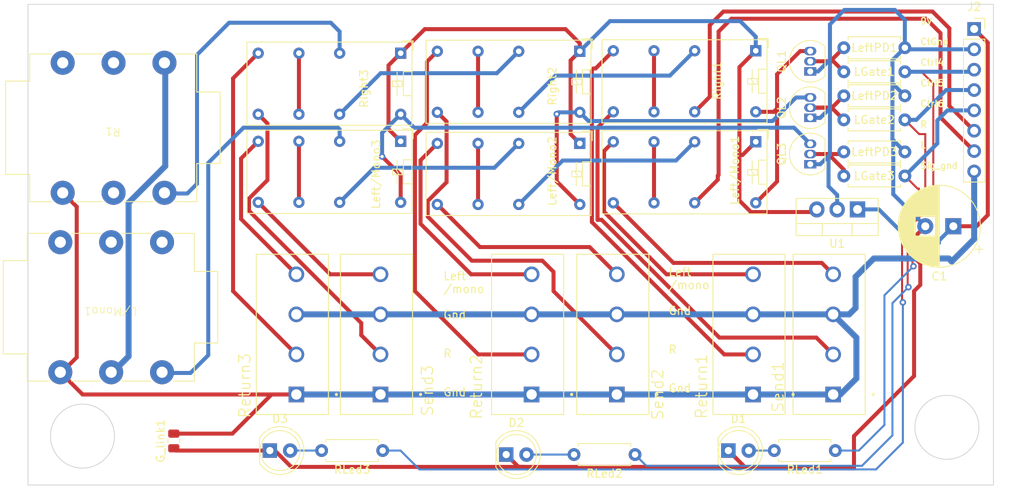
<source format=kicad_pcb>
(kicad_pcb (version 20221018) (generator pcbnew)
  (layers (0 "F.Cu" signal) (31 "B.Cu" signal) (34 "B.Paste" user) (35 "F.Paste" user) (36 "B.SilkS" user "B.Silkscreen") (37 "F.SilkS" user "F.Silkscreen") (38 "B.Mask" user) (39 "F.Mask" user) (44 "Edge.Cuts" user))
  (net 0 "")
  (net 1 "Net-(D2-A)")
  (net 2 "/9V")
  (net 3 "/Ctrl_GND")
  (net 4 "Net-(D1-A)")
  (net 5 "/R_in")
  (net 6 "/L_in")
  (net 7 "/Signal_Gnd")
  (net 8 "/R_out")
  (net 9 "Net-(D3-A)")
  (net 11 "/5V")
  (net 12 "/L_out")
  (net 15 "Net-(Left/Mono1-Pad11)")
  (net 16 "Net-(Right1-Pad11)")
  (net 17 "Net-(QL1-D)")
  (net 18 "Net-(QL1-G)")
  (net 19 "Net-(Left/Mono1-Pad4)")
  (net 20 "/Control1")
  (net 21 "/Control2")
  (net 22 "/Control3")
  (net 23 "/R_Return1")
  (net 24 "/L_Return2")
  (net 25 "/R_send1")
  (net 26 "/L_Send1")
  (net 27 "/R_Return2")
  (net 28 "/R_Return3")
  (net 29 "/L_Return3")
  (net 30 "/R_send2")
  (net 31 "/L_Send2")
  (net 32 "/R_send3")
  (net 33 "/L_Send3")
  (net 34 "/L_Return1")
  (net 35 "Net-(Left/Mono2-Pad4)")
  (net 36 "Net-(Left/Mono2-Pad11)")
  (net 37 "Net-(QL2-D)")
  (net 38 "Net-(Left/Mono3-Pad11)")
  (net 39 "Net-(QL3-D)")
  (net 40 "Net-(QL2-G)")
  (net 41 "Net-(QL3-G)")
  (net 42 "Net-(Right1-Pad4)")
  (net 43 "Net-(Right2-Pad4)")
  (net 44 "Net-(Right2-Pad11)")
  (net 45 "Net-(Right3-Pad11)")
  (net 46 "Net-(L/Mono1-PadR)")
  (footprint "Relay_THT:Relay_DPDT_Omron_G5V-2" (layer "F.Cu") (at 167.52 44.1 -90)
    (fp_text reference "Right3" (at 4.425 4.58 90) (layer "F.SilkS"))
    (fp_text value "G5V-2")
    (pad "1" thru_hole rect (at 0 0 270) (size 1.4 1.4) (drill 0.7) (layers "*.Cu" "*.Mask") (net 11 "/5V"))
    (pad "4" thru_hole circle (at 0 7.62 270) (size 1.4 1.4) (drill 0.7) (layers "*.Cu" "*.Mask") (net 8 "/R_out"))
    (pad "6" thru_hole circle (at 0 12.7 270) (size 1.4 1.4) (drill 0.7) (layers "*.Cu" "*.Mask") (net 45 "Net-(Right3-Pad11)"))
    (pad "8" thru_hole circle (at 0 17.78 270) (size 1.4 1.4) (drill 0.7) (layers "*.Cu" "*.Mask") (net 28 "/R_Return3"))
    (pad "9" thru_hole circle (at 7.62 17.78 270) (size 1.4 1.4) (drill 0.7) (layers "*.Cu" "*.Mask") (net 32 "/R_send3"))
    (pad "11" thru_hole circle (at 7.62 12.7 270) (size 1.4 1.4) (drill 0.7) (layers "*.Cu" "*.Mask") (net 45 "Net-(Right3-Pad11)"))
    (pad "13" thru_hole circle (at 7.62 7.62 270) (size 1.4 1.4) (drill 0.7) (layers "*.Cu" "*.Mask") (net 43 "Net-(Right2-Pad4)"))
    (pad "16" thru_hole circle (at 7.62 0 270) (size 1.4 1.4) (drill 0.7) (layers "*.Cu" "*.Mask") (net 39 "Net-(QL3-D)"))
  )
  (footprint "Connector_PinSocket_2.54mm:PinSocket_1x08_P2.54mm_Vertical" (layer "F.Cu") (at 239.1 41.08)
    (fp_text reference "J2" (at 0 -2.77) (layer "F.SilkS"))
    (fp_text value "Conn_01x08_Pin")
    (pad "1" thru_hole rect (at 0 0) (size 1.7 1.7) (drill 1) (layers "*.Cu" "*.Mask") (net 2 "/9V"))
    (pad "2" thru_hole oval (at 0 2.54) (size 1.7 1.7) (drill 1) (layers "*.Cu" "*.Mask") (net 3 "/Ctrl_GND"))
    (pad "3" thru_hole oval (at 0 5.08) (size 1.7 1.7) (drill 1) (layers "*.Cu" "*.Mask") (net 20 "/Control1"))
    (pad "4" thru_hole oval (at 0 7.62) (size 1.7 1.7) (drill 1) (layers "*.Cu" "*.Mask") (net 21 "/Control2"))
    (pad "5" thru_hole oval (at 0 10.16) (size 1.7 1.7) (drill 1) (layers "*.Cu" "*.Mask") (net 22 "/Control3"))
    (pad "6" thru_hole oval (at 0 12.7) (size 1.7 1.7) (drill 1) (layers "*.Cu" "*.Mask") (net 5 "/R_in"))
    (pad "7" thru_hole oval (at 0 15.24) (size 1.7 1.7) (drill 1) (layers "*.Cu" "*.Mask") (net 6 "/L_in"))
    (pad "8" thru_hole oval (at 0 17.78) (size 1.7 1.7) (drill 1) (layers "*.Cu" "*.Mask") (net 7 "/Signal_Gnd"))
  )
  (footprint "Package_TO_SOT_THT:TO-92_Inline" (layer "F.Cu") (at 218.64 57.96 90)
    (fp_text reference "QL3" (at 1.27 -3.56 90) (layer "F.SilkS"))
    (fp_text value "2N7000")
    (pad "1" thru_hole rect (at 0 0 90) (size 1.05 1.5) (drill 0.75) (layers "*.Cu" "*.Mask") (net 3 "/Ctrl_GND"))
    (pad "2" thru_hole oval (at 1.27 0 90) (size 1.05 1.5) (drill 0.75) (layers "*.Cu" "*.Mask") (net 41 "Net-(QL3-G)"))
    (pad "3" thru_hole oval (at 2.54 0 90) (size 1.05 1.5) (drill 0.75) (layers "*.Cu" "*.Mask") (net 39 "Net-(QL3-D)"))
  )
  (footprint "TB001_500_04BE:CUI_TB001-500-04BE" (layer "F.Cu") (at 183.8625 86.7 90)
    (fp_text reference "Return2" (at 0.945 -6.889 90) (layer "F.SilkS") (effects (font (size 1.4 1.4))))
    (fp_text value "Screw_Terminal_01x04")
    (pad "1" thru_hole rect (at 0 0 90) (size 1.95 1.95) (drill 1.3) (layers "*.Cu" "*.Mask") (net 7 "/Signal_Gnd"))
    (pad "2" thru_hole circle (at 5 0 90) (size 1.95 1.95) (drill 1.3) (layers "*.Cu" "*.Mask") (net 27 "/R_Return2"))
    (pad "3" thru_hole circle (at 10 0 90) (size 1.95 1.95) (drill 1.3) (layers "*.Cu" "*.Mask") (net 7 "/Signal_Gnd"))
    (pad "4" thru_hole circle (at 15 0 90) (size 1.95 1.95) (drill 1.3) (layers "*.Cu" "*.Mask") (net 24 "/L_Return2"))
  )
  (footprint "LED_THT:LED_D5.0mm" (layer "F.Cu") (at 180.6875 94.2)
    (fp_text reference "D2" (at 1.27 -3.96) (layer "F.SilkS"))
    (fp_text value "LED")
    (pad "1" thru_hole rect (at 0 0) (size 1.8 1.8) (drill 0.9) (layers "*.Cu" "*.Mask") (net 3 "/Ctrl_GND"))
    (pad "2" thru_hole circle (at 2.54 0) (size 1.8 1.8) (drill 0.9) (layers "*.Cu" "*.Mask") (net 1 "Net-(D2-A)"))
  )
  (footprint "Resistor_THT:R_Axial_DIN0207_L6.3mm_D2.5mm_P7.62mm_Horizontal" (layer "F.Cu") (at 222.83 49.42)
    (fp_text reference "LeftPD2" (at 3.81 0) (layer "F.SilkS"))
    (fp_text value "R")
    (pad "1" thru_hole circle (at 0 0) (size 1.6 1.6) (drill 0.8) (layers "*.Cu" "*.Mask") (net 40 "Net-(QL2-G)"))
    (pad "2" thru_hole oval (at 7.62 0) (size 1.6 1.6) (drill 0.8) (layers "*.Cu" "*.Mask") (net 3 "/Ctrl_GND"))
  )
  (footprint "TB001_500_04BE:CUI_TB001-500-04BE" (layer "F.Cu") (at 165 86.7 90)
    (fp_text reference "Send3" (at 0.5 5.8625 90) (layer "F.SilkS") (effects (font (size 1.4 1.4))))
    (fp_text value "Screw_Terminal_01x04")
    (pad "1" thru_hole rect (at 0 0 90) (size 1.95 1.95) (drill 1.3) (layers "*.Cu" "*.Mask") (net 7 "/Signal_Gnd"))
    (pad "2" thru_hole circle (at 5 0 90) (size 1.95 1.95) (drill 1.3) (layers "*.Cu" "*.Mask") (net 32 "/R_send3"))
    (pad "3" thru_hole circle (at 10 0 90) (size 1.95 1.95) (drill 1.3) (layers "*.Cu" "*.Mask") (net 7 "/Signal_Gnd"))
    (pad "4" thru_hole circle (at 15 0 90) (size 1.95 1.95) (drill 1.3) (layers "*.Cu" "*.Mask") (net 33 "/L_Send3"))
  )
  (footprint "Relay_parts:0.25 Audio JAck" (layer "F.Cu") (at 138.135 61.615 180)
    (fp_text reference "R1" (at 6.537 7.704 180 unlocked) (layer "F.SilkS") (effects (font (thickness 0.1))))
    (fp_text value "AudioJack3_Switch")
    (pad "R" thru_hole circle (at 6.452 0.089 180) (size 3 3) (drill 1.4) (layers "*.Cu" "*.Mask"))
    (pad "RN" thru_hole circle (at 6.452 16.319 180) (size 3 3) (drill 1.4) (layers "*.Cu" "*.Mask"))
    (pad "S" thru_hole circle (at 12.802 0.089 180) (size 3 3) (drill 1.4) (layers "*.Cu" "*.Mask") (net 7 "/Signal_Gnd"))
    (pad "SN" thru_hole circle (at 12.802 16.319 180) (size 3 3) (drill 1.4) (layers "*.Cu" "*.Mask"))
    (pad "T" thru_hole circle (at 0.102 0.089 180) (size 3 3) (drill 1.4) (layers "*.Cu" "*.Mask") (net 8 "/R_out"))
    (pad "TN" thru_hole circle (at 0.102 16.319 180) (size 3 3) (drill 1.4) (layers "*.Cu" "*.Mask") (net 46 "Net-(L/Mono1-PadR)"))
  )
  (footprint "Relay_THT:Relay_DPDT_Omron_G5V-2" (layer "F.Cu") (at 167.52 55.1 -90)
    (fp_text reference "Left/Mono3" (at 4.125 3.08 90) (layer "F.SilkS"))
    (fp_text value "G5V-2")
    (pad "1" thru_hole rect (at 0 0 270) (size 1.4 1.4) (drill 0.7) (layers "*.Cu" "*.Mask") (net 11 "/5V"))
    (pad "4" thru_hole circle (at 0 7.62 270) (size 1.4 1.4) (drill 0.7) (layers "*.Cu" "*.Mask") (net 12 "/L_out"))
    (pad "6" thru_hole circle (at 0 12.7 270) (size 1.4 1.4) (drill 0.7) (layers "*.Cu" "*.Mask") (net 38 "Net-(Left/Mono3-Pad11)"))
    (pad "8" thru_hole circle (at 0 17.78 270) (size 1.4 1.4) (drill 0.7) (layers "*.Cu" "*.Mask") (net 29 "/L_Return3"))
    (pad "9" thru_hole circle (at 7.62 17.78 270) (size 1.4 1.4) (drill 0.7) (layers "*.Cu" "*.Mask") (net 33 "/L_Send3"))
    (pad "11" thru_hole circle (at 7.62 12.7 270) (size 1.4 1.4) (drill 0.7) (layers "*.Cu" "*.Mask") (net 38 "Net-(Left/Mono3-Pad11)"))
    (pad "13" thru_hole circle (at 7.62 7.62 270) (size 1.4 1.4) (drill 0.7) (layers "*.Cu" "*.Mask") (net 35 "Net-(Left/Mono2-Pad4)"))
    (pad "16" thru_hole circle (at 7.62 0 270) (size 1.4 1.4) (drill 0.7) (layers "*.Cu" "*.Mask") (net 39 "Net-(QL3-D)"))
  )
  (footprint "Package_TO_SOT_THT:TO-220-3_Vertical" (layer "F.Cu") (at 224.54 63.6 180)
    (fp_text reference "U1" (at 2.54 -4.27) (layer "F.SilkS"))
    (fp_text value "L7805")
    (pad "1" thru_hole rect (at 0 0 180) (size 1.905 2) (drill 1.1) (layers "*.Cu" "*.Mask") (net 2 "/9V"))
    (pad "2" thru_hole oval (at 2.54 0 180) (size 1.905 2) (drill 1.1) (layers "*.Cu" "*.Mask") (net 3 "/Ctrl_GND"))
    (pad "3" thru_hole oval (at 5.08 0 180) (size 1.905 2) (drill 1.1) (layers "*.Cu" "*.Mask") (net 11 "/5V"))
  )
  (footprint "Resistor_THT:R_Axial_DIN0207_L6.3mm_D2.5mm_P7.62mm_Horizontal" (layer "F.Cu") (at 222.83 56.42)
    (fp_text reference "LeftPD3" (at 3.81 0) (layer "F.SilkS"))
    (fp_text value "R")
    (pad "1" thru_hole circle (at 0 0) (size 1.6 1.6) (drill 0.8) (layers "*.Cu" "*.Mask") (net 41 "Net-(QL3-G)"))
    (pad "2" thru_hole oval (at 7.62 0) (size 1.6 1.6) (drill 0.8) (layers "*.Cu" "*.Mask") (net 3 "/Ctrl_GND"))
  )
  (footprint "Resistor_THT:R_Axial_DIN0207_L6.3mm_D2.5mm_P7.62mm_Horizontal" (layer "F.Cu") (at 221.7725 93.7 180)
    (fp_text reference "RLed1" (at 3.81 -2.37) (layer "F.SilkS"))
    (fp_text value "100")
    (pad "1" thru_hole circle (at 0 0 180) (size 1.6 1.6) (drill 0.8) (layers "*.Cu" "*.Mask") (net 20 "/Control1"))
    (pad "2" thru_hole oval (at 7.62 0 180) (size 1.6 1.6) (drill 0.8) (layers "*.Cu" "*.Mask") (net 4 "Net-(D1-A)"))
  )
  (footprint "Package_TO_SOT_THT:TO-92_Inline" (layer "F.Cu") (at 218.64 52.17 90)
    (fp_text reference "QL2" (at 1.27 -3.56 90) (layer "F.SilkS"))
    (fp_text value "2N7000")
    (pad "1" thru_hole rect (at 0 0 90) (size 1.05 1.5) (drill 0.75) (layers "*.Cu" "*.Mask") (net 3 "/Ctrl_GND"))
    (pad "2" thru_hole oval (at 1.27 0 90) (size 1.05 1.5) (drill 0.75) (layers "*.Cu" "*.Mask") (net 40 "Net-(QL2-G)"))
    (pad "3" thru_hole oval (at 2.54 0 90) (size 1.05 1.5) (drill 0.75) (layers "*.Cu" "*.Mask") (net 37 "Net-(QL2-D)"))
  )
  (footprint "Resistor_THT:R_Axial_DIN0207_L6.3mm_D2.5mm_P7.62mm_Horizontal" (layer "F.Cu") (at 230.45 59.42 180)
    (fp_text reference "LGate3" (at 3.81 0) (layer "F.SilkS"))
    (fp_text value "R")
    (pad "1" thru_hole circle (at 0 0 180) (size 1.6 1.6) (drill 0.8) (layers "*.Cu" "*.Mask") (net 22 "/Control3"))
    (pad "2" thru_hole oval (at 7.62 0 180) (size 1.6 1.6) (drill 0.8) (layers "*.Cu" "*.Mask") (net 41 "Net-(QL3-G)"))
  )
  (footprint "TB001_500_04BE:CUI_TB001-500-04BE" (layer "F.Cu") (at 194.5 86.7 90)
    (fp_text reference "Send2" (at 0 5.1 90) (layer "F.SilkS") (effects (font (size 1.4 1.4))))
    (fp_text value "Screw_Terminal_01x04")
    (pad "1" thru_hole rect (at 0 0 90) (size 1.95 1.95) (drill 1.3) (layers "*.Cu" "*.Mask") (net 7 "/Signal_Gnd"))
    (pad "2" thru_hole circle (at 5 0 90) (size 1.95 1.95) (drill 1.3) (layers "*.Cu" "*.Mask") (net 30 "/R_send2"))
    (pad "3" thru_hole circle (at 10 0 90) (size 1.95 1.95) (drill 1.3) (layers "*.Cu" "*.Mask") (net 7 "/Signal_Gnd"))
    (pad "4" thru_hole circle (at 15 0 90) (size 1.95 1.95) (drill 1.3) (layers "*.Cu" "*.Mask") (net 31 "/L_Send2"))
  )
  (footprint "Relay_THT:Relay_DPDT_Omron_G5V-2" (layer "F.Cu") (at 211.84 55.1575 -90)
    (fp_text reference "Left/Mono1" (at 3.5675 2.6 90) (layer "F.SilkS"))
    (fp_text value "G5V-2")
    (pad "1" thru_hole rect (at 0 0 270) (size 1.4 1.4) (drill 0.7) (layers "*.Cu" "*.Mask") (net 11 "/5V"))
    (pad "4" thru_hole circle (at 0 7.62 270) (size 1.4 1.4) (drill 0.7) (layers "*.Cu" "*.Mask") (net 19 "Net-(Left/Mono1-Pad4)"))
    (pad "6" thru_hole circle (at 0 12.7 270) (size 1.4 1.4) (drill 0.7) (layers "*.Cu" "*.Mask") (net 15 "Net-(Left/Mono1-Pad11)"))
    (pad "8" thru_hole circle (at 0 17.78 270) (size 1.4 1.4) (drill 0.7) (layers "*.Cu" "*.Mask") (net 34 "/L_Return1"))
    (pad "9" thru_hole circle (at 7.62 17.78 270) (size 1.4 1.4) (drill 0.7) (layers "*.Cu" "*.Mask") (net 26 "/L_Send1"))
    (pad "11" thru_hole circle (at 7.62 12.7 270) (size 1.4 1.4) (drill 0.7) (layers "*.Cu" "*.Mask") (net 15 "Net-(Left/Mono1-Pad11)"))
    (pad "13" thru_hole circle (at 7.62 7.62 270) (size 1.4 1.4) (drill 0.7) (layers "*.Cu" "*.Mask") (net 6 "/L_in"))
    (pad "16" thru_hole circle (at 7.62 0 270) (size 1.4 1.4) (drill 0.7) (layers "*.Cu" "*.Mask") (net 17 "Net-(QL1-D)"))
  )
  (footprint "Package_TO_SOT_THT:TO-92_Inline" (layer "F.Cu") (at 218.64 46.38 90)
    (fp_text reference "QL1" (at 1.27 -3.56 90) (layer "F.SilkS"))
    (fp_text value "2N7000")
    (pad "1" thru_hole rect (at 0 0 90) (size 1.05 1.5) (drill 0.75) (layers "*.Cu" "*.Mask") (net 3 "/Ctrl_GND"))
    (pad "2" thru_hole oval (at 1.27 0 90) (size 1.05 1.5) (drill 0.75) (layers "*.Cu" "*.Mask") (net 18 "Net-(QL1-G)"))
    (pad "3" thru_hole oval (at 2.54 0 90) (size 1.05 1.5) (drill 0.75) (layers "*.Cu" "*.Mask") (net 17 "Net-(QL1-D)"))
  )
  (footprint "Relay_parts:0.25 Audio JAck" (layer "F.Cu") (at 137.835 84.015 180)
    (fp_text reference "L/Mono1" (at 6.537 7.704 180 unlocked) (layer "F.SilkS") (effects (font (thickness 0.1))))
    (fp_text value "AudioJack3_Switch")
    (pad "R" thru_hole circle (at 6.452 0.089 180) (size 3 3) (drill 1.4) (layers "*.Cu" "*.Mask") (net 46 "Net-(L/Mono1-PadR)"))
    (pad "RN" thru_hole circle (at 6.452 16.319 180) (size 3 3) (drill 1.4) (layers "*.Cu" "*.Mask"))
    (pad "S" thru_hole circle (at 12.802 0.089 180) (size 3 3) (drill 1.4) (layers "*.Cu" "*.Mask") (net 7 "/Signal_Gnd"))
    (pad "SN" thru_hole circle (at 12.802 16.319 180) (size 3 3) (drill 1.4) (layers "*.Cu" "*.Mask"))
    (pad "T" thru_hole circle (at 0.102 0.089 180) (size 3 3) (drill 1.4) (layers "*.Cu" "*.Mask") (net 12 "/L_out"))
    (pad "TN" thru_hole circle (at 0.102 16.319 180) (size 3 3) (drill 1.4) (layers "*.Cu" "*.Mask"))
  )
  (footprint "Relay_THT:Relay_DPDT_Omron_G5V-2" (layer "F.Cu") (at 211.84 43.8 -90)
    (fp_text reference "Right1" (at 3.725 4.8 90) (layer "F.SilkS"))
    (fp_text value "G5V-2")
    (pad "1" thru_hole rect (at 0 0 270) (size 1.4 1.4) (drill 0.7) (layers "*.Cu" "*.Mask") (net 11 "/5V"))
    (pad "4" thru_hole circle (at 0 7.62 270) (size 1.4 1.4) (drill 0.7) (layers "*.Cu" "*.Mask") (net 42 "Net-(Right1-Pad4)"))
    (pad "6" thru_hole circle (at 0 12.7 270) (size 1.4 1.4) (drill 0.7) (layers "*.Cu" "*.Mask") (net 16 "Net-(Right1-Pad11)"))
    (pad "8" thru_hole circle (at 0 17.78 270) (size 1.4 1.4) (drill 0.7) (layers "*.Cu" "*.Mask") (net 23 "/R_Return1"))
    (pad "9" thru_hole circle (at 7.62 17.78 270) (size 1.4 1.4) (drill 0.7) (layers "*.Cu" "*.Mask") (net 25 "/R_send1"))
    (pad "11" thru_hole circle (at 7.62 12.7 270) (size 1.4 1.4) (drill 0.7) (layers "*.Cu" "*.Mask") (net 16 "Net-(Right1-Pad11)"))
    (pad "13" thru_hole circle (at 7.62 7.62 270) (size 1.4 1.4) (drill 0.7) (layers "*.Cu" "*.Mask") (net 5 "/R_in"))
    (pad "16" thru_hole circle (at 7.62 0 270) (size 1.4 1.4) (drill 0.7) (layers "*.Cu" "*.Mask") (net 17 "Net-(QL1-D)"))
  )
  (footprint "Resistor_SMD:R_0805_2012Metric" (layer "F.Cu") (at 139.2 92.5 90)
    (fp_text reference "G_link1" (at 0 -1.65 90) (layer "F.SilkS"))
    (fp_text value "R")
    (pad "1" smd roundrect (at -0.9125 0 90) (size 1.025 1.4) (layers "F.Cu" "F.Paste" "F.Mask") (roundrect_rratio 0.243902439) (net 3 "/Ctrl_GND"))
    (pad "2" smd roundrect (at 0.9125 0 90) (size 1.025 1.4) (layers "F.Cu" "F.Paste" "F.Mask") (roundrect_rratio 0.243902439) (net 7 "/Signal_Gnd"))
  )
  (footprint "TB001_500_04BE:CUI_TB001-500-04BE" (layer "F.Cu") (at 154.5 86.7 90)
    (fp_text reference "Return3" (at 1.1 -6.4375 90) (layer "F.SilkS") (effects (font (size 1.4 1.4))))
    (fp_text value "Screw_Terminal_01x04")
    (pad "1" thru_hole rect (at 0 0 90) (size 1.95 1.95) (drill 1.3) (layers "*.Cu" "*.Mask") (net 7 "/Signal_Gnd"))
    (pad "2" thru_hole circle (at 5 0 90) (size 1.95 1.95) (drill 1.3) (layers "*.Cu" "*.Mask") (net 28 "/R_Return3"))
    (pad "3" thru_hole circle (at 10 0 90) (size 1.95 1.95) (drill 1.3) (layers "*.Cu" "*.Mask") (net 7 "/Signal_Gnd"))
    (pad "4" thru_hole circle (at 15 0 90) (size 1.95 1.95) (drill 1.3) (layers "*.Cu" "*.Mask") (net 29 "/L_Return3"))
  )
  (footprint "Resistor_THT:R_Axial_DIN0207_L6.3mm_D2.5mm_P7.62mm_Horizontal" (layer "F.Cu") (at 230.45 52.42 180)
    (fp_text reference "LGate2" (at 3.81 0) (layer "F.SilkS"))
    (fp_text value "R")
    (pad "1" thru_hole circle (at 0 0 180) (size 1.6 1.6) (drill 0.8) (layers "*.Cu" "*.Mask") (net 21 "/Control2"))
    (pad "2" thru_hole oval (at 7.62 0 180) (size 1.6 1.6) (drill 0.8) (layers "*.Cu" "*.Mask") (net 40 "Net-(QL2-G)"))
  )
  (footprint "Resistor_THT:R_Axial_DIN0207_L6.3mm_D2.5mm_P7.62mm_Horizontal" (layer "F.Cu") (at 230.45 46.42 180)
    (fp_text reference "LGate1" (at 3.81 0) (layer "F.SilkS"))
    (fp_text value "R")
    (pad "1" thru_hole circle (at 0 0 180) (size 1.6 1.6) (drill 0.8) (layers "*.Cu" "*.Mask") (net 20 "/Control1"))
    (pad "2" thru_hole oval (at 7.62 0 180) (size 1.6 1.6) (drill 0.8) (layers "*.Cu" "*.Mask") (net 18 "Net-(QL1-G)"))
  )
  (footprint "LED_THT:LED_D5.0mm" (layer "F.Cu") (at 151.1875 93.7)
    (fp_text reference "D3" (at 1.27 -3.96) (layer "F.SilkS"))
    (fp_text value "LED")
    (pad "1" thru_hole rect (at 0 0) (size 1.8 1.8) (drill 0.9) (layers "*.Cu" "*.Mask") (net 3 "/Ctrl_GND"))
    (pad "2" thru_hole circle (at 2.54 0) (size 1.8 1.8) (drill 0.9) (layers "*.Cu" "*.Mask") (net 9 "Net-(D3-A)"))
  )
  (footprint "TB001_500_04BE:CUI_TB001-500-04BE" (layer "F.Cu") (at 211.5 86.7 90)
    (fp_text reference "Return1" (at 1 -6.4375 90) (layer "F.SilkS") (effects (font (size 1.4 1.4))))
    (fp_text value "Screw_Terminal_01x04")
    (pad "1" thru_hole rect (at 0 0 90) (size 1.95 1.95) (drill 1.3) (layers "*.Cu" "*.Mask") (net 7 "/Signal_Gnd"))
    (pad "2" thru_hole circle (at 5 0 90) (size 1.95 1.95) (drill 1.3) (layers "*.Cu" "*.Mask") (net 23 "/R_Return1"))
    (pad "3" thru_hole circle (at 10 0 90) (size 1.95 1.95) (drill 1.3) (layers "*.Cu" "*.Mask") (net 7 "/Signal_Gnd"))
    (pad "4" thru_hole circle (at 15 0 90) (size 1.95 1.95) (drill 1.3) (layers "*.Cu" "*.Mask") (net 34 "/L_Return1"))
  )
  (footprint "TB001_500_04BE:CUI_TB001-500-04BE" (layer "F.Cu") (at 221.5 86.7 90)
    (fp_text reference "Send1" (at 0.945 -6.889 90) (layer "F.SilkS") (effects (font (size 1.4 1.4))))
    (fp_text value "Screw_Terminal_01x04")
    (pad "1" thru_hole rect (at 0 0 90) (size 1.95 1.95) (drill 1.3) (layers "*.Cu" "*.Mask") (net 7 "/Signal_Gnd"))
    (pad "2" thru_hole circle (at 5 0 90) (size 1.95 1.95) (drill 1.3) (layers "*.Cu" "*.Mask") (net 25 "/R_send1"))
    (pad "3" thru_hole circle (at 10 0 90) (size 1.95 1.95) (drill 1.3) (layers "*.Cu" "*.Mask") (net 7 "/Signal_Gnd"))
    (pad "4" thru_hole circle (at 15 0 90) (size 1.95 1.95) (drill 1.3) (layers "*.Cu" "*.Mask") (net 26 "/L_Send1"))
  )
  (footprint "LED_THT:LED_D5.0mm" (layer "F.Cu") (at 208.4225 93.7)
    (fp_text reference "D1" (at 1.27 -3.96) (layer "F.SilkS"))
    (fp_text value "LED")
    (pad "1" thru_hole rect (at 0 0) (size 1.8 1.8) (drill 0.9) (layers "*.Cu" "*.Mask") (net 3 "/Ctrl_GND"))
    (pad "2" thru_hole circle (at 2.54 0) (size 1.8 1.8) (drill 0.9) (layers "*.Cu" "*.Mask") (net 4 "Net-(D1-A)"))
  )
  (footprint "Capacitor_THT:CP_Radial_D10.0mm_P3.50mm" (layer "F.Cu") (at 236.5 65.7 180)
    (fp_text reference "C1" (at 1.75 -6.25) (layer "F.SilkS"))
    (fp_text value "C_Polarized")
    (pad "1" thru_hole rect (at 0 0 180) (size 2 2) (drill 1) (layers "*.Cu" "*.Mask") (net 2 "/9V"))
    (pad "2" thru_hole circle (at 3.5 0 180) (size 2 2) (drill 1) (layers "*.Cu" "*.Mask") (net 3 "/Ctrl_GND"))
  )
  (footprint "Resistor_THT:R_Axial_DIN0207_L6.3mm_D2.5mm_P7.62mm_Horizontal" (layer "F.Cu") (at 222.83 43.42)
    (fp_text reference "LeftPD1" (at 3.81 0) (layer "F.SilkS"))
    (fp_text value "R")
    (pad "1" thru_hole circle (at 0 0) (size 1.6 1.6) (drill 0.8) (layers "*.Cu" "*.Mask") (net 18 "Net-(QL1-G)"))
    (pad "2" thru_hole oval (at 7.62 0) (size 1.6 1.6) (drill 0.8) (layers "*.Cu" "*.Mask") (net 3 "/Ctrl_GND"))
  )
  (footprint "Relay_THT:Relay_DPDT_Omron_G5V-2" (layer "F.Cu") (at 189.8775 55.3625 -90)
    (fp_text reference "Left/Mono2" (at 3.4625 3.4375 90) (layer "F.SilkS"))
    (fp_text value "G5V-2")
    (pad "1" thru_hole rect (at 0 0 270) (size 1.4 1.4) (drill 0.7) (layers "*.Cu" "*.Mask") (net 11 "/5V"))
    (pad "4" thru_hole circle (at 0 7.62 270) (size 1.4 1.4) (drill 0.7) (layers "*.Cu" "*.Mask") (net 35 "Net-(Left/Mono2-Pad4)"))
    (pad "6" thru_hole circle (at 0 12.7 270) (size 1.4 1.4) (drill 0.7) (layers "*.Cu" "*.Mask") (net 36 "Net-(Left/Mono2-Pad11)"))
    (pad "8" thru_hole circle (at 0 17.78 270) (size 1.4 1.4) (drill 0.7) (layers "*.Cu" "*.Mask") (net 24 "/L_Return2"))
    (pad "9" thru_hole circle (at 7.62 17.78 270) (size 1.4 1.4) (drill 0.7) (layers "*.Cu" "*.Mask") (net 31 "/L_Send2"))
    (pad "11" thru_hole circle (at 7.62 12.7 270) (size 1.4 1.4) (drill 0.7) (layers "*.Cu" "*.Mask") (net 36 "Net-(Left/Mono2-Pad11)"))
    (pad "13" thru_hole circle (at 7.62 7.62 270) (size 1.4 1.4) (drill 0.7) (layers "*.Cu" "*.Mask") (net 19 "Net-(Left/Mono1-Pad4)"))
    (pad "16" thru_hole circle (at 7.62 0 270) (size 1.4 1.4) (drill 0.7) (layers "*.Cu" "*.Mask") (net 37 "Net-(QL2-D)"))
  )
  (footprint "Relay_THT:Relay_DPDT_Omron_G5V-2" (layer "F.Cu") (at 189.8775 43.8625 -90)
    (fp_text reference "Right2" (at 4.3625 3.4375 90) (layer "F.SilkS"))
    (fp_text value "G5V-2")
    (pad "1" thru_hole rect (at 0 0 270) (size 1.4 1.4) (drill 0.7) (layers "*.Cu" "*.Mask") (net 11 "/5V"))
    (pad "4" thru_hole circle (at 0 7.62 270) (size 1.4 1.4) (drill 0.7) (layers "*.Cu" "*.Mask") (net 43 "Net-(Right2-Pad4)"))
    (pad "6" thru_hole circle (at 0 12.7 270) (size 1.4 1.4) (drill 0.7) (layers "*.Cu" "*.Mask") (net 44 "Net-(Right2-Pad11)"))
    (pad "8" thru_hole circle (at 0 17.78 270) (size 1.4 1.4) (drill 0.7) (layers "*.Cu" "*.Mask") (net 27 "/R_Return2"))
    (pad "9" thru_hole circle (at 7.62 17.78 270) (size 1.4 1.4) (drill 0.7) (layers "*.Cu" "*.Mask") (net 30 "/R_send2"))
    (pad "11" thru_hole circle (at 7.62 12.7 270) (size 1.4 1.4) (drill 0.7) (layers "*.Cu" "*.Mask") (net 44 "Net-(Right2-Pad11)"))
    (pad "13" thru_hole circle (at 7.62 7.62 270) (size 1.4 1.4) (drill 0.7) (layers "*.Cu" "*.Mask") (net 42 "Net-(Right1-Pad4)"))
    (pad "16" thru_hole circle (at 7.62 0 270) (size 1.4 1.4) (drill 0.7) (layers "*.Cu" "*.Mask") (net 37 "Net-(QL2-D)"))
  )
  (footprint "Resistor_THT:R_Axial_DIN0207_L6.3mm_D2.5mm_P7.62mm_Horizontal" (layer "F.Cu") (at 165.2725 93.7 180)
    (fp_text reference "RLed3" (at 3.81 -2.37) (layer "F.SilkS"))
    (fp_text value "100")
    (pad "1" thru_hole circle (at 0 0 180) (size 1.6 1.6) (drill 0.8) (layers "*.Cu" "*.Mask") (net 22 "/Control3"))
    (pad "2" thru_hole oval (at 7.62 0 180) (size 1.6 1.6) (drill 0.8) (layers "*.Cu" "*.Mask") (net 9 "Net-(D3-A)"))
  )
  (footprint "Resistor_THT:R_Axial_DIN0207_L6.3mm_D2.5mm_P7.62mm_Horizontal" (layer "F.Cu") (at 196.7725 94.2 180)
    (fp_text reference "RLed2" (at 3.81 -2.37) (layer "F.SilkS"))
    (fp_text value "100")
    (pad "1" thru_hole circle (at 0 0 180) (size 1.6 1.6) (drill 0.8) (layers "*.Cu" "*.Mask") (net 21 "/Control2"))
    (pad "2" thru_hole oval (at 7.62 0 180) (size 1.6 1.6) (drill 0.8) (layers "*.Cu" "*.Mask") (net 1 "Net-(D2-A)"))
  )
  (gr_circle (center 127.8 91.9) (end 129.3 95.6) (stroke (width 0.1)) (fill none) (layer "Edge.Cuts"))
  (gr_circle (center 235.7 90.8) (end 237.2 94.5) (stroke (width 0.1)) (fill none) (layer "Edge.Cuts"))
  (gr_rect (start 121 38) (end 241.5 98) (stroke (width 0.1)) (fill none) (layer "Edge.Cuts"))
  (gr_text "9V\n\nCtGnd\n\nCtrl4\n\nCtrl5\n\nCtrl6\n\nR\n\nL\n\nSig_gnd\n" (at 232.3 58.6) (layer "F.SilkS") (effects (font (size 0.8 0.8)) (justify left bottom)))
  (gr_text "Left\n/mono\n\nGnd\n\n\nR\n\n\nGnd" (at 172.7625 87) (layer "F.SilkS") (effects (font (size 1 1)) (justify left bottom)))
  (gr_text "Left\n/mono\n\nGnd\n\n\nR\n\n\nGnd" (at 200.8625 86.5) (layer "F.SilkS") (effects (font (size 1 1)) (justify left bottom)))
  (segment (start 189.1525 94.2) (end 183.2275 94.2) (width 0.25) (layer "B.Cu") (net 1))
  (segment (start 240.8 42.78) (end 239.1 41.08) (width 0.5) (layer "F.Cu") (net 2))
  (segment (start 240.8 64.3) (end 240.8 42.78) (width 0.5) (layer "F.Cu") (net 2))
  (segment (start 239.4 65.7) (end 240.8 64.3) (width 0.5) (layer "F.Cu") (net 2))
  (segment (start 236.5 65.7) (end 239.4 65.7) (width 0.5) (layer "F.Cu") (net 2))
  (segment (start 231.4 67.8) (end 227.2 63.6) (width 0.5) (layer "B.Cu") (net 2))
  (segment (start 236.5 65.7) (end 234.7 67.5) (width 0.5) (layer "B.Cu") (net 2))
  (segment (start 227.2 63.6) (end 224.54 63.6) (width 0.5) (layer "B.Cu") (net 2))
  (segment (start 234.7 67.8) (end 231.4 67.8) (width 0.5) (layer "B.Cu") (net 2))
  (segment (start 234.7 67.5) (end 234.7 67.8) (width 0.5) (layer "B.Cu") (net 2))
  (segment (start 151.1875 93.7) (end 139.4875 93.7) (width 0.5) (layer "F.Cu") (net 3))
  (segment (start 182.9 95.73875) (end 153.857061 95.73875) (width 0.5) (layer "F.Cu") (net 3))
  (segment (start 224.1 91.893698) (end 224.1 95.9) (width 0.5) (layer "F.Cu") (net 3))
  (segment (start 231.975 69.948418) (end 232.3745 70.347918) (width 0.5) (layer "F.Cu") (net 3))
  (segment (start 231.6 73.802082) (end 231.6 84.393698) (width 0.5) (layer "F.Cu") (net 3))
  (segment (start 231.975 66.725) (end 231.975 69.948418) (width 0.5) (layer "F.Cu") (net 3))
  (segment (start 182.22625 95.73875) (end 180.6875 94.2) (width 0.5) (layer "F.Cu") (net 3))
  (segment (start 211.6 95.9) (end 210.4 95.9) (width 0.5) (layer "F.Cu") (net 3))
  (segment (start 151.818311 93.7) (end 151.1875 93.7) (width 0.5) (layer "F.Cu") (net 3))
  (segment (start 211.6 95.9) (end 210.6225 95.9) (width 0.5) (layer "F.Cu") (net 3))
  (segment (start 224.1 95.9) (end 211.6 95.9) (width 0.5) (layer "F.Cu") (net 3))
  (segment (start 233 65.7) (end 231.975 66.725) (width 0.5) (layer "F.Cu") (net 3))
  (segment (start 231.6 84.393698) (end 224.1 91.893698) (width 0.5) (layer "F.Cu") (net 3))
  (segment (start 139.4875 93.7) (end 139.2 93.4125) (width 0.5) (layer "F.Cu") (net 3))
  (segment (start 210.6225 95.9) (end 210.46125 95.73875) (width 0.5) (layer "F.Cu") (net 3))
  (segment (start 182.9 95.73875) (end 182.22625 95.73875) (width 0.5) (layer "F.Cu") (net 3))
  (segment (start 210.46125 95.73875) (end 208.4225 93.7) (width 0.5) (layer "F.Cu") (net 3))
  (segment (start 232.3745 73.027582) (end 231.6 73.802082) (width 0.5) (layer "F.Cu") (net 3))
  (segment (start 153.857061 95.73875) (end 151.818311 93.7) (width 0.5) (layer "F.Cu") (net 3))
  (segment (start 232.3745 70.347918) (end 232.3745 73.027582) (width 0.5) (layer "F.Cu") (net 3))
  (segment (start 210.46125 95.73875) (end 182.9 95.73875) (width 0.5) (layer "F.Cu") (net 3))
  (segment (start 219.89 57.96) (end 218.64 57.96) (width 0.5) (layer "B.Cu") (net 3))
  (segment (start 228.9 47.4) (end 228.9 47.87) (width 0.5) (layer "B.Cu") (net 3))
  (segment (start 221.1 50.96) (end 219.89 52.17) (width 0.5) (layer "B.Cu") (net 3))
  (segment (start 239.1 43.62) (end 230.65 43.62) (width 0.5) (layer "B.Cu") (net 3))
  (segment (start 220.925 56.925) (end 219.89 57.96) (width 0.5) (layer "B.Cu") (net 3))
  (segment (start 222 63.6) (end 222 61.8) (width 0.5) (layer "B.Cu") (net 3))
  (segment (start 233 65.7) (end 229 61.7) (width 0.5) (layer "B.Cu") (net 3))
  (segment (start 229.2 38.7) (end 222.9 38.7) (width 0.5) (layer "B.Cu") (net 3))
  (segment (start 230.45 39.95) (end 229.2 38.7) (width 0.5) (layer "B.Cu") (net 3))
  (segment (start 230.65 43.62) (end 230.45 43.42) (width 0.5) (layer "B.Cu") (net 3))
  (segment (start 220.925 60.725) (end 220.925 56.925) (width 0.5) (layer "B.Cu") (net 3))
  (segment (start 221.1 40.5) (end 221.1 44.9) (width 0.5) (layer "B.Cu") (net 3))
  (segment (start 229 61.7) (end 229 54.97) (width 0.5) (layer "B.Cu") (net 3))
  (segment (start 221.1 44.9) (end 221.1 50.96) (width 0.5) (layer "B.Cu") (net 3))
  (segment (start 228.9 54.87) (end 230.45 56.42) (width 0.5) (layer "B.Cu") (net 3))
  (segment (start 221.1 44.9) (end 219.62 46.38) (width 0.5) (layer "B.Cu") (net 3))
  (segment (start 219.62 46.38) (end 218.64 46.38) (width 0.5) (layer "B.Cu") (net 3))
  (segment (start 221.1 56.75) (end 220.925 56.925) (width 0.5) (layer "B.Cu") (net 3))
  (segment (start 219.89 52.17) (end 218.64 52.17) (width 0.5) (layer "B.Cu") (net 3))
  (segment (start 228.9 47.4) (end 228.9 54.87) (width 0.5) (layer "B.Cu") (net 3))
  (segment (start 230.45 43.42) (end 230.45 39.95) (width 0.5) (layer "B.Cu") (net 3))
  (segment (start 221.1 50.96) (end 221.1 56.75) (width 0.5) (layer "B.Cu") (net 3))
  (segment (start 229 54.97) (end 228.9 54.87) (width 0.5) (layer "B.Cu") (net 3))
  (segment (start 222.9 38.7) (end 221.1 40.5) (width 0.5) (layer "B.Cu") (net 3))
  (segment (start 222 61.8) (end 220.925 60.725) (width 0.5) (layer "B.Cu") (net 3))
  (segment (start 228.9 47.87) (end 230.45 49.42) (width 0.5) (layer "B.Cu") (net 3))
  (segment (start 230.45 43.42) (end 228.9 44.97) (width 0.5) (layer "B.Cu") (net 3))
  (segment (start 228.9 44.97) (end 228.9 47.4) (width 0.5) (layer "B.Cu") (net 3))
  (segment (start 214.1525 93.7) (end 210.9625 93.7) (width 0.25) (layer "B.Cu") (net 4))
  (segment (start 236 41) (end 233.9 38.9) (width 0.5) (layer "F.Cu") (net 5))
  (segment (start 233.9 38.9) (end 207.8 38.9) (width 0.5) (layer "F.Cu") (net 5))
  (segment (start 239.1 53.78) (end 236 50.68) (width 0.5) (layer "F.Cu") (net 5))
  (segment (start 207.8 38.9) (end 206.1 40.6) (width 0.5) (layer "F.Cu") (net 5))
  (segment (start 206.1 49.54) (end 204.22 51.42) (width 0.5) (layer "F.Cu") (net 5))
  (segment (start 236 50.68) (end 236 41) (width 0.5) (layer "F.Cu") (net 5))
  (segment (start 206.1 40.6) (end 206.1 49.54) (width 0.5) (layer "F.Cu") (net 5))
  (segment (start 207.2 59.3) (end 207.1 59.4) (width 0.5) (layer "F.Cu") (net 6))
  (segment (start 207.1 59.8975) (end 204.22 62.7775) (width 0.5) (layer "F.Cu") (net 6))
  (segment (start 234.9 52.12) (end 234.9 41.6) (width 0.5) (layer "F.Cu") (net 6))
  (segment (start 234.9 41.6) (end 233.1 39.8) (width 0.5) (layer "F.Cu") (net 6))
  (segment (start 233.1 39.8) (end 208.8 39.8) (width 0.5) (layer "F.Cu") (net 6))
  (segment (start 208.8 39.8) (end 207.2 41.4) (width 0.5) (layer "F.Cu") (net 6))
  (segment (start 207.2 41.4) (end 207.2 59.3) (width 0.5) (layer "F.Cu") (net 6))
  (segment (start 207.1 59.4) (end 207.1 59.8975) (width 0.5) (layer "F.Cu") (net 6))
  (segment (start 239.1 56.32) (end 234.9 52.12) (width 0.5) (layer "F.Cu") (net 6))
  (segment (start 139.2 91.5875) (end 146.5125 91.5875) (width 0.5) (layer "F.Cu") (net 7))
  (segment (start 127.085 82.065) (end 127.085 63.265) (width 0.5) (layer "F.Cu") (net 7))
  (segment (start 146.5125 91.5875) (end 151.4 86.7) (width 0.5) (layer "F.Cu") (net 7))
  (segment (start 127.085 63.265) (end 125.435 61.615) (width 0.5) (layer "F.Cu") (net 7))
  (segment (start 127.82 86.7) (end 125.135 84.015) (width 0.5) (layer "F.Cu") (net 7))
  (segment (start 125.135 84.015) (end 127.085 82.065) (width 0.5) (layer "F.Cu") (net 7))
  (segment (start 154.5 86.7) (end 127.82 86.7) (width 0.5) (layer "F.Cu") (net 7))
  (segment (start 151.4 86.7) (end 154.5 86.7) (width 0.5) (layer "F.Cu") (net 7))
  (segment (start 221.5 76.7) (end 224.4 79.6) (width 0.75) (layer "B.Cu") (net 7))
  (segment (start 221.5 76.7) (end 211.5 76.7) (width 0.75) (layer "B.Cu") (net 7))
  (segment (start 222.4 86.7) (end 221.5 86.7) (width 0.75) (layer "B.Cu") (net 7))
  (segment (start 236.3 70.1) (end 235.925 69.725) (width 0.75) (layer "B.Cu") (net 7))
  (segment (start 194.5 86.7) (end 183.8625 86.7) (width 0.75) (layer "B.Cu") (net 7))
  (segment (start 224.3 72) (end 224.3 75.9) (width 0.75) (layer "B.Cu") (net 7))
  (segment (start 183.8625 86.7) (end 165 86.7) (width 0.75) (layer "B.Cu") (net 7))
  (segment (start 223.5 76.7) (end 221.5 76.7) (width 0.75) (layer "B.Cu") (net 7))
  (segment (start 239.1 58.86) (end 239.1 67.3) (width 0.75) (layer "B.Cu") (net 7))
  (segment (start 226.575 69.725) (end 224.3 72) (width 0.75) (layer "B.Cu") (net 7))
  (segment (start 211.5 76.7) (end 194.5 76.7) (width 0.75) (layer "B.Cu") (net 7))
  (segment (start 239.1 67.3) (end 236.3 70.1) (width 0.75) (layer "B.Cu") (net 7))
  (segment (start 224.3 75.9) (end 223.5 76.7) (width 0.75) (layer "B.Cu") (net 7))
  (segment (start 211.5 86.7) (end 194.5 86.7) (width 0.75) (layer "B.Cu") (net 7))
  (segment (start 235.925 69.725) (end 226.575 69.725) (width 0.75) (layer "B.Cu") (net 7))
  (segment (start 165 76.7) (end 154.5 76.7) (width 0.75) (layer "B.Cu") (net 7))
  (segment (start 183.8625 76.7) (end 165 76.7) (width 0.75) (layer "B.Cu") (net 7))
  (segment (start 224.4 79.6) (end 224.4 84.7) (width 0.75) (layer "B.Cu") (net 7))
  (segment (start 221.5 86.7) (end 211.5 86.7) (width 0.75) (layer "B.Cu") (net 7))
  (segment (start 165 86.7) (end 154.5 86.7) (width 0.75) (layer "B.Cu") (net 7))
  (segment (start 194.5 76.7) (end 183.8625 76.7) (width 0.75) (layer "B.Cu") (net 7))
  (segment (start 224.4 84.7) (end 222.4 86.7) (width 0.75) (layer "B.Cu") (net 7))
  (segment (start 158.8 40.3) (end 146.1 40.3) (width 0.5) (layer "B.Cu") (net 8))
  (segment (start 142.1 44.3) (end 142.1 60.4) (width 0.5) (layer "B.Cu") (net 8))
  (segment (start 159.9 44.1) (end 159.9 41.4) (width 0.5) (layer "B.Cu") (net 8))
  (segment (start 140.885 61.615) (end 138.135 61.615) (width 0.5) (layer "B.Cu") (net 8))
  (segment (start 146.1 40.3) (end 142.1 44.3) (width 0.5) (layer "B.Cu") (net 8))
  (segment (start 159.9 41.4) (end 158.8 40.3) (width 0.5) (layer "B.Cu") (net 8))
  (segment (start 142.1 60.4) (end 140.885 61.615) (width 0.5) (layer "B.Cu") (net 8))
  (segment (start 157.6525 93.7) (end 153.7275 93.7) (width 0.25) (layer "B.Cu") (net 9))
  (segment (start 188.7275 45.0125) (end 188.7275 54.2125) (width 0.5) (layer "F.Cu") (net 11))
  (segment (start 189.8775 42.8775) (end 189.8775 43.8625) (width 0.5) (layer "F.Cu") (net 11))
  (segment (start 170.52 41.1) (end 188.1 41.1) (width 0.5) (layer "F.Cu") (net 11))
  (segment (start 189.8775 43.8625) (end 188.7275 45.0125) (width 0.5) (layer "F.Cu") (net 11))
  (segment (start 209.8 56.8) (end 209.8 45.84) (width 0.5) (layer "F.Cu") (net 11))
  (segment (start 188.7275 54.2125) (end 189.8775 55.3625) (width 0.5) (layer "F.Cu") (net 11))
  (segment (start 209.8 62.5) (end 209.8 56.8) (width 0.5) (layer "F.Cu") (net 11))
  (segment (start 188.1 41.1) (end 189.8775 42.8775) (width 0.5) (layer "F.Cu") (net 11))
  (segment (start 167.52 44.1) (end 170.52 41.1) (width 0.5) (layer "F.Cu") (net 11))
  (segment (start 219.46 63.6) (end 219.1325 63.9275) (width 0.5) (layer "F.Cu") (net 11))
  (segment (start 210.1975 56.8) (end 211.84 55.1575) (width 0.5) (layer "F.Cu") (net 11))
  (segment (start 211.8 63.9275) (end 211.2275 63.9275) (width 0.5) (layer "F.Cu") (net 11))
  (segment (start 219.1325 63.9275) (end 211.8 63.9275) (width 0.5) (layer "F.Cu") (net 11))
  (segment (start 211.2275 63.9275) (end 209.8 62.5) (width 0.5) (layer "F.Cu") (net 11))
  (segment (start 167.52 44.1) (end 166 45.62) (width 0.5) (layer "F.Cu") (net 11))
  (segment (start 209.8 45.84) (end 211.84 43.8) (width 0.5) (layer "F.Cu") (net 11))
  (segment (start 166 45.62) (end 166 53.58) (width 0.5) (layer "F.Cu") (net 11))
  (segment (start 209.8 56.8) (end 210.1975 56.8) (width 0.5) (layer "F.Cu") (net 11))
  (segment (start 166 53.58) (end 167.52 55.1) (width 0.5) (layer "F.Cu") (net 11))
  (segment (start 211.84 43.8) (end 211.84 42.04) (width 0.5) (layer "B.Cu") (net 11))
  (segment (start 211.84 42.04) (end 209.9 40.1) (width 0.5) (layer "B.Cu") (net 11))
  (segment (start 193.64 40.1) (end 189.8775 43.8625) (width 0.5) (layer "B.Cu") (net 11))
  (segment (start 209.9 40.1) (end 193.64 40.1) (width 0.5) (layer "B.Cu") (net 11))
  (segment (start 143.5 81.8) (end 141.285 84.015) (width 0.5) (layer "B.Cu") (net 12))
  (segment (start 159.7 53.4) (end 147.9 53.4) (width 0.5) (layer "B.Cu") (net 12))
  (segment (start 159.9 55.1) (end 159.9 53.6) (width 0.5) (layer "B.Cu") (net 12))
  (segment (start 147.9 53.4) (end 143.5 57.8) (width 0.5) (layer "B.Cu") (net 12))
  (segment (start 143.5 57.8) (end 143.5 81.8) (width 0.5) (layer "B.Cu") (net 12))
  (segment (start 141.285 84.015) (end 137.835 84.015) (width 0.5) (layer "B.Cu") (net 12))
  (segment (start 159.9 53.6) (end 159.7 53.4) (width 0.5) (layer "B.Cu") (net 12))
  (segment (start 199.14 55.1575) (end 199.14 62.7775) (width 0.5) (layer "F.Cu") (net 15))
  (segment (start 199.14 43.8) (end 199.14 51.42) (width 0.5) (layer "F.Cu") (net 16))
  (segment (start 214.5 51) (end 214.08 51.42) (width 0.5) (layer "F.Cu") (net 17))
  (segment (start 214.5 51) (end 214.5 60.1175) (width 0.5) (layer "F.Cu") (net 17))
  (segment (start 214.5 60.1175) (end 211.84 62.7775) (width 0.5) (layer "F.Cu") (net 17))
  (segment (start 217.39 43.84) (end 214.5 46.73) (width 0.5) (layer "F.Cu") (net 17))
  (segment (start 214.08 51.42) (end 211.84 51.42) (width 0.5) (layer "F.Cu") (net 17))
  (segment (start 218.64 43.84) (end 217.39 43.84) (width 0.5) (layer "F.Cu") (net 17))
  (segment (start 214.5 46.73) (end 214.5 51) (width 0.5) (layer "F.Cu") (net 17))
  (segment (start 221.14 45.11) (end 221.52 45.11) (width 0.5) (layer "F.Cu") (net 18))
  (segment (start 221.52 45.11) (end 222.83 46.42) (width 0.5) (layer "F.Cu") (net 18))
  (segment (start 218.64 45.11) (end 221.14 45.11) (width 0.5) (layer "F.Cu") (net 18))
  (segment (start 221.14 45.11) (end 222.83 43.42) (width 0.5) (layer "F.Cu") (net 18))
  (segment (start 204.22 55.1575) (end 201.8775 57.5) (width 0.5) (layer "B.Cu") (net 19))
  (segment (start 201.8775 57.5) (end 187.74 57.5) (width 0.5) (layer "B.Cu") (net 19))
  (segment (start 187.74 57.5) (end 182.2575 62.9825) (width 0.5) (layer "B.Cu") (net 19))
  (segment (start 231.4 65.5) (end 231.4 70.7) (width 0.25) (layer "F.Cu") (net 20))
  (segment (start 232.52 46.42) (end 234 47.9) (width 0.25) (layer "F.Cu") (net 20))
  (segment (start 234 47.9) (end 234 62.8) (width 0.25) (layer "F.Cu") (net 20))
  (segment (start 231.4 65.426167) (end 231.4 65.5) (width 0.25) (layer "F.Cu") (net 20))
  (segment (start 234 62.826167) (end 231.4 65.426167) (width 0.25) (layer "F.Cu") (net 20))
  (segment (start 230.45 46.42) (end 232.52 46.42) (width 0.25) (layer "F.Cu") (net 20))
  (segment (start 234 62.8) (end 234 62.826167) (width 0.25) (layer "F.Cu") (net 20))
  (segment (start 231.4 70.7) (end 231.5245 70.7) (width 0.25) (layer "F.Cu") (net 20))
  (via (at 231.5245 70.7) (size 0.8) (drill 0.4) (layers "F.Cu" "B.Cu") (net 20))
  (segment (start 224.7 93.7) (end 221.7725 93.7) (width 0.25) (layer "B.Cu") (net 20))
  (segment (start 227.9 74.3245) (end 227.9 90.5) (width 0.25) (layer "B.Cu") (net 20))
  (segment (start 231.5245 70.7) (end 227.9 74.3245) (width 0.25) (layer "B.Cu") (net 20))
  (segment (start 227.9 90.5) (end 224.7 93.7) (width 0.25) (layer "B.Cu") (net 20))
  (segment (start 238.84 46.42) (end 239.1 46.16) (width 0.5) (layer "B.Cu") (net 20))
  (segment (start 230.45 46.42) (end 238.84 46.42) (width 0.5) (layer "B.Cu") (net 20))
  (segment (start 230.8 65.389771) (end 230.8 65.6) (width 0.25) (layer "F.Cu") (net 21))
  (segment (start 232.23 54.2) (end 233 54.2) (width 0.25) (layer "F.Cu") (net 21))
  (segment (start 230.8 65.6) (end 230.8 71.4) (width 0.25) (layer "F.Cu") (net 21))
  (segment (start 230.45 52.42) (end 232.23 54.2) (width 0.25) (layer "F.Cu") (net 21))
  (segment (start 230.8 71.4) (end 230.8 73.2) (width 0.25) (layer "F.Cu") (net 21))
  (segment (start 233 54.2) (end 233 63.189771) (width 0.25) (layer "F.Cu") (net 21))
  (segment (start 233 63.189771) (end 230.8 65.389771) (width 0.25) (layer "F.Cu") (net 21))
  (segment (start 230.8 73.2) (end 230.9 73.3) (width 0.25) (layer "F.Cu") (net 21))
  (via (at 230.9 73.3) (size 0.8) (drill 0.4) (layers "F.Cu" "B.Cu") (net 21))
  (segment (start 235.6 48.7) (end 239.1 48.7) (width 0.5) (layer "B.Cu") (net 21))
  (segment (start 225.1 95.6) (end 198.1725 95.6) (width 0.25) (layer "B.Cu") (net 21))
  (segment (start 228.9 91.8) (end 225.1 95.6) (width 0.25) (layer "B.Cu") (net 21))
  (segment (start 198.1725 95.6) (end 196.7725 94.2) (width 0.25) (layer "B.Cu") (net 21))
  (segment (start 230.45 52.42) (end 231.88 52.42) (width 0.5) (layer "B.Cu") (net 21))
  (segment (start 230.9 73.3) (end 228.9 75.3) (width 0.25) (layer "B.Cu") (net 21))
  (segment (start 228.9 75.3) (end 228.9 91.8) (width 0.25) (layer "B.Cu") (net 21))
  (segment (start 231.88 52.42) (end 235.6 48.7) (width 0.5) (layer "B.Cu") (net 21))
  (segment (start 231.3 63.6) (end 230.1 64.8) (width 0.25) (layer "F.Cu") (net 22))
  (segment (start 230.1 75.1) (end 230.2 75.2) (width 0.25) (layer "F.Cu") (net 22))
  (segment (start 232.2 61) (end 232.2 62.7) (width 0.25) (layer "F.Cu") (net 22))
  (segment (start 230.45 59.42) (end 232.03 61) (width 0.25) (layer "F.Cu") (net 22))
  (segment (start 232.2 62.7) (end 231.3 63.6) (width 0.25) (layer "F.Cu") (net 22))
  (segment (start 230.1 64.8) (end 230.1 70.6) (width 0.25) (layer "F.Cu") (net 22))
  (segment (start 230.1 70.6) (end 230.1 72.2) (width 0.25) (layer "F.Cu") (net 22))
  (segment (start 230.1 72.2) (end 230.1 75.1) (width 0.25) (layer "F.Cu") (net 22))
  (segment (start 232.03 61) (end 232.2 61) (width 0.25) (layer "F.Cu") (net 22))
  (via (at 230.2 75.2) (size 0.8) (drill 0.4) (layers "F.Cu" "B.Cu") (net 22))
  (segment (start 169.85 96.05) (end 167.5 93.7) (width 0.25) (layer "B.Cu") (net 22))
  (segment (start 234.5 55.37) (end 234.5 52.5) (width 0.5) (layer "B.Cu") (net 22))
  (segment (start 230.45 59.42) (end 234.5 55.37) (width 0.5) (layer "B.Cu") (net 22))
  (segment (start 226.85 96.05) (end 169.85 96.05) (width 0.25) (layer "B.Cu") (net 22))
  (segment (start 234.5 52.5) (end 235.76 51.24) (width 0.5) (layer "B.Cu") (net 22))
  (segment (start 235.76 51.24) (end 239.1 51.24) (width 0.5) (layer "B.Cu") (net 22))
  (segment (start 230.2 75.2) (end 230.2 92.7) (width 0.25) (layer "B.Cu") (net 22))
  (segment (start 167.5 93.7) (end 165.2725 93.7) (width 0.25) (layer "B.Cu") (net 22))
  (segment (start 230.2 92.7) (end 226.85 96.05) (width 0.25) (layer "B.Cu") (net 22))
  (segment (start 194.06 43.8) (end 191.86 46) (width 0.5) (layer "F.Cu") (net 23))
  (segment (start 207.9 81.7) (end 211.5 81.7) (width 0.5) (layer "F.Cu") (net 23))
  (segment (start 191.389949 65.189949) (end 207.9 81.7) (width 0.5) (layer "F.Cu") (net 23))
  (segment (start 191.6 46) (end 191.389949 46.210051) (width 0.5) (layer "F.Cu") (net 23))
  (segment (start 191.389949 46.210051) (end 191.389949 65.189949) (width 0.5) (layer "F.Cu") (net 23))
  (segment (start 191.86 46) (end 191.6 46) (width 0.5) (layer "F.Cu") (net 23))
  (segment (start 172.0975 55.3625) (end 170 57.46) (width 0.5) (layer "F.Cu") (net 24))
  (segment (start 170 57.46) (end 170 65.4) (width 0.5) (layer "F.Cu") (net 24))
  (segment (start 176.3 71.7) (end 183.8625 71.7) (width 0.5) (layer "F.Cu") (net 24))
  (segment (start 170 65.4) (end 176.3 71.7) (width 0.5) (layer "F.Cu") (net 24))
  (segment (start 192.089949 64.9) (end 192.6 64.9) (width 0.5) (layer "F.Cu") (net 25))
  (segment (start 219.4 79.6) (end 221.5 81.7) (width 0.5) (layer "F.Cu") (net 25))
  (segment (start 192.6 64.9) (end 207.3 79.6) (width 0.5) (layer "F.Cu") (net 25))
  (segment (start 194.06 51.42) (end 192.089949 53.390051) (width 0.5) (layer "F.Cu") (net 25))
  (segment (start 207.3 79.6) (end 219.4 79.6) (width 0.5) (layer "F.Cu") (net 25))
  (segment (start 192.089949 53.390051) (end 192.089949 64.9) (width 0.5) (layer "F.Cu") (net 25))
  (segment (start 220.075 70.275) (end 221.5 71.7) (width 0.5) (layer "F.Cu") (net 26))
  (segment (start 194.06 62.7775) (end 201.5575 70.275) (width 0.5) (layer "F.Cu") (net 26))
  (segment (start 201.5575 70.275) (end 220.075 70.275) (width 0.5) (layer "F.Cu") (net 26))
  (segment (start 169.3 54.30995) (end 169.3 73.8) (width 0.5) (layer "F.Cu") (net 27))
  (segment (start 170.8 52.80995) (end 169.3 54.30995) (width 0.5) (layer "F.Cu") (net 27))
  (segment (start 172.0975 43.8625) (end 170.8 45.16) (width 0.5) (layer "F.Cu") (net 27))
  (segment (start 170.8 45.16) (end 170.8 52.80995) (width 0.5) (layer "F.Cu") (net 27))
  (segment (start 177.2 81.7) (end 183.8625 81.7) (width 0.5) (layer "F.Cu") (net 27))
  (segment (start 169.3 73.8) (end 177.2 81.7) (width 0.5) (layer "F.Cu") (net 27))
  (segment (start 149.74 44.1) (end 146.6 47.24) (width 0.5) (layer "F.Cu") (net 28))
  (segment (start 146.6 73.8) (end 154.5 81.7) (width 0.5) (layer "F.Cu") (net 28))
  (segment (start 146.6 47.24) (end 146.6 73.8) (width 0.5) (layer "F.Cu") (net 28))
  (segment (start 147.6 64.8) (end 154.5 71.7) (width 0.5) (layer "F.Cu") (net 29))
  (segment (start 147.6 57.24) (end 147.6 64.8) (width 0.5) (layer "F.Cu") (net 29))
  (segment (start 149.74 55.1) (end 147.6 57.24) (width 0.5) (layer "F.Cu") (net 29))
  (segment (start 176.4 70) (end 185.2 70) (width 0.5) (layer "F.Cu") (net 30))
  (segment (start 170.9 64.5) (end 176.4 70) (width 0.5) (layer "F.Cu") (net 30))
  (segment (start 186.6 71.4) (end 186.6 73.8) (width 0.5) (layer "F.Cu") (net 30))
  (segment (start 173.2475 60.206154) (end 170.9 62.553654) (width 0.5) (layer "F.Cu") (net 30))
  (segment (start 185.2 70) (end 186.6 71.4) (width 0.5) (layer "F.Cu") (net 30))
  (segment (start 172.0975 51.4825) (end 173.2475 52.6325) (width 0.5) (layer "F.Cu") (net 30))
  (segment (start 170.9 62.553654) (end 170.9 64.5) (width 0.5) (layer "F.Cu") (net 30))
  (segment (start 173.2475 52.6325) (end 173.2475 60.206154) (width 0.5) (layer "F.Cu") (net 30))
  (segment (start 186.6 73.8) (end 194.5 81.7) (width 0.5) (layer "F.Cu") (net 30))
  (segment (start 191.1 68.3) (end 194.5 71.7) (width 0.5) (layer "F.Cu") (net 31))
  (segment (start 172.0975 62.9825) (end 177.415 68.3) (width 0.5) (layer "F.Cu") (net 31))
  (segment (start 177.415 68.3) (end 191.1 68.3) (width 0.5) (layer "F.Cu") (net 31))
  (segment (start 148.59 62.243654) (end 148.59 63.774745) (width 0.5) (layer "F.Cu") (net 32))
  (segment (start 162.6 79.3) (end 165 81.7) (width 0.5) (layer "F.Cu") (net 32))
  (segment (start 150.89 59.943654) (end 148.59 62.243654) (width 0.5) (layer "F.Cu") (net 32))
  (segment (start 148.59 63.774745) (end 162.6 77.784745) (width 0.5) (layer "F.Cu") (net 32))
  (segment (start 149.74 51.72) (end 150.89 52.87) (width 0.5) (layer "F.Cu") (net 32))
  (segment (start 150.89 52.87) (end 150.89 59.943654) (width 0.5) (layer "F.Cu") (net 32))
  (segment (start 162.6 77.784745) (end 162.6 79.3) (width 0.5) (layer "F.Cu") (net 32))
  (segment (start 158.72 71.7) (end 165 71.7) (width 0.5) (layer "F.Cu") (net 33))
  (segment (start 149.74 62.72) (end 158.72 71.7) (width 0.5) (layer "F.Cu") (net 33))
  (segment (start 200.7 71.7) (end 211.5 71.7) (width 0.5) (layer "F.Cu") (net 34))
  (segment (start 194.06 55.1575) (end 192.91 56.3075) (width 0.5) (layer "F.Cu") (net 34))
  (segment (start 192.91 63.91) (end 200.7 71.7) (width 0.5) (layer "F.Cu") (net 34))
  (segment (start 192.91 56.3075) (end 192.91 63.91) (width 0.5) (layer "F.Cu") (net 34))
  (segment (start 164.22 58.4) (end 159.9 62.72) (width 0.5) (layer "B.Cu") (net 35))
  (segment (start 179.22 58.4) (end 164.22 58.4) (width 0.5) (layer "B.Cu") (net 35))
  (segment (start 182.2575 55.3625) (end 179.22 58.4) (width 0.5) (layer "B.Cu") (net 35))
  (segment (start 177.1775 55.3625) (end 177.1775 62.9825) (width 0.5) (layer "F.Cu") (net 36))
  (segment (start 187 51.7) (end 187 60.105) (width 0.5) (layer "F.Cu") (net 37))
  (segment (start 187 60.105) (end 189.8775 62.9825) (width 0.5) (layer "F.Cu") (net 37))
  (via (at 187 51.7) (size 0.8) (drill 0.4) (layers "F.Cu" "B.Cu") (net 37))
  (segment (start 216.87 49.63) (end 213.93 52.57) (width 0.5) (layer "B.Cu") (net 37))
  (segment (start 187.2175 51.4825) (end 187 51.7) (width 0.5) (layer "B.Cu") (net 37))
  (segment (start 189.8775 51.4825) (end 187.2175 51.4825) (width 0.5) (layer "B.Cu") (net 37))
  (segment (start 213.93 52.57) (end 190.965 52.57) (width 0.5) (layer "B.Cu") (net 37))
  (segment (start 218.64 49.63) (end 216.87 49.63) (width 0.5) (layer "B.Cu") (net 37))
  (segment (start 190.965 52.57) (end 189.8775 51.4825) (width 0.5) (layer "B.Cu") (net 37))
  (segment (start 154.82 62.72) (end 154.82 55.1) (width 0.5) (layer "F.Cu") (net 38))
  (segment (start 165.2 57) (end 167.52 59.32) (width 0.5) (layer "F.Cu") (net 39))
  (segment (start 167.52 59.32) (end 167.52 62.72) (width 0.5) (layer "F.Cu") (net 39))
  (via (at 165.2 57) (size 0.8) (drill 0.4) (layers "F.Cu" "B.Cu") (net 39))
  (segment (start 218.64 55.42) (end 216.62 53.4) (width 0.5) (layer "B.Cu") (net 39))
  (segment (start 165.2 54.04) (end 165.2 57) (width 0.5) (layer "B.Cu") (net 39))
  (segment (start 216.62 53.4) (end 169.2 53.4) (width 0.5) (layer "B.Cu") (net 39))
  (segment (start 169.2 53.4) (end 167.52 51.72) (width 0.5) (layer "B.Cu") (net 39))
  (segment (start 167.52 51.72) (end 165.2 54.04) (width 0.5) (layer "B.Cu") (net 39))
  (segment (start 218.64 50.9) (end 221.35 50.9) (width 0.5) (layer "F.Cu") (net 40))
  (segment (start 221.35 50.9) (end 222.83 49.42) (width 0.5) (layer "F.Cu") (net 40))
  (segment (start 218.64 50.9) (end 221.31 50.9) (width 0.5) (layer "F.Cu") (net 40))
  (segment (start 221.31 50.9) (end 222.83 52.42) (width 0.5) (layer "F.Cu") (net 40))
  (segment (start 222.56 56.69) (end 222.83 56.42) (width 0.5) (layer "F.Cu") (net 41))
  (segment (start 220.7 56.69) (end 222.56 56.69) (width 0.5) (layer "F.Cu") (net 41))
  (segment (start 222.83 58.63) (end 222.83 59.42) (width 0.5) (layer "F.Cu") (net 41))
  (segment (start 218.64 56.69) (end 220.7 56.69) (width 0.5) (layer "F.Cu") (net 41))
  (segment (start 220.7 56.69) (end 220.89 56.69) (width 0.5) (layer "F.Cu") (net 41))
  (segment (start 220.89 56.69) (end 222.83 58.63) (width 0.5) (layer "F.Cu") (net 41))
  (segment (start 186.84 46.9) (end 182.2575 51.4825) (width 0.5) (layer "B.Cu") (net 42))
  (segment (start 201.12 46.9) (end 186.84 46.9) (width 0.5) (layer "B.Cu") (net 42))
  (segment (start 204.22 43.8) (end 201.12 46.9) (width 0.5) (layer "B.Cu") (net 42))
  (segment (start 179.52 46.6) (end 165.02 46.6) (width 0.5) (layer "B.Cu") (net 43))
  (segment (start 165.02 46.6) (end 159.9 51.72) (width 0.5) (layer "B.Cu") (net 43))
  (segment (start 182.2575 43.8625) (end 179.52 46.6) (width 0.5) (layer "B.Cu") (net 43))
  (segment (start 177.1775 51.4825) (end 177.1775 43.8625) (width 0.5) (layer "F.Cu") (net 44))
  (segment (start 154.82 44.1) (end 154.82 51.72) (width 0.5) (layer "F.Cu") (net 45))
  (segment (start 133.56 81.94) (end 133.56 62.774494) (width 0.75) (layer "B.Cu") (net 46))
  (segment (start 138.135 58.199494) (end 138.135 45.385) (width 0.75) (layer "B.Cu") (net 46))
  (segment (start 133.56 62.774494) (end 138.135 58.199494) (width 0.75) (layer "B.Cu") (net 46))
  (segment (start 131.485 84.015) (end 133.56 81.94) (width 0.75) (layer "B.Cu") (net 46))
)
</source>
